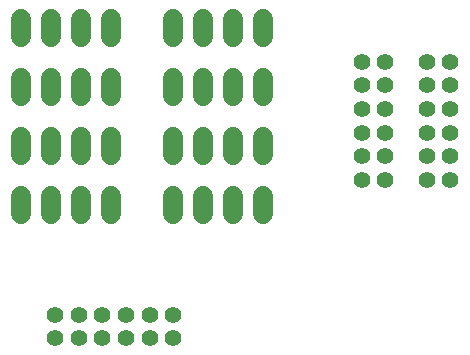
<source format=gbr>
G04 EAGLE Gerber RS-274X export*
G75*
%MOMM*%
%FSLAX34Y34*%
%LPD*%
%INSoldermask Top*%
%IPPOS*%
%AMOC8*
5,1,8,0,0,1.08239X$1,22.5*%
G01*
%ADD10C,1.411988*%
%ADD11C,1.727200*%


D10*
X359500Y250000D03*
X379500Y250000D03*
X359500Y230000D03*
X379500Y230000D03*
X359500Y210000D03*
X379500Y210000D03*
X359500Y190000D03*
X379500Y190000D03*
X359500Y170000D03*
X379500Y170000D03*
X359500Y150000D03*
X379500Y150000D03*
X200000Y36000D03*
X200000Y16000D03*
X180000Y36000D03*
X180000Y16000D03*
X160000Y36000D03*
X160000Y16000D03*
X140000Y36000D03*
X140000Y16000D03*
X120000Y36000D03*
X120000Y16000D03*
X100000Y36000D03*
X100000Y16000D03*
X414500Y250000D03*
X434500Y250000D03*
X414500Y230000D03*
X434500Y230000D03*
X414500Y210000D03*
X434500Y210000D03*
X414500Y190000D03*
X434500Y190000D03*
X414500Y170000D03*
X434500Y170000D03*
X414500Y150000D03*
X434500Y150000D03*
D11*
X199400Y271380D02*
X199400Y286620D01*
X224800Y286620D02*
X224800Y271380D01*
X250200Y271380D02*
X250200Y286620D01*
X275600Y286620D02*
X275600Y271380D01*
X199400Y236620D02*
X199400Y221380D01*
X224800Y221380D02*
X224800Y236620D01*
X250200Y236620D02*
X250200Y221380D01*
X275600Y221380D02*
X275600Y236620D01*
X199400Y186620D02*
X199400Y171380D01*
X224800Y171380D02*
X224800Y186620D01*
X250200Y186620D02*
X250200Y171380D01*
X275600Y171380D02*
X275600Y186620D01*
X199400Y136620D02*
X199400Y121380D01*
X224800Y121380D02*
X224800Y136620D01*
X250200Y136620D02*
X250200Y121380D01*
X275600Y121380D02*
X275600Y136620D01*
X71400Y271380D02*
X71400Y286620D01*
X96800Y286620D02*
X96800Y271380D01*
X122200Y271380D02*
X122200Y286620D01*
X147600Y286620D02*
X147600Y271380D01*
X71400Y236120D02*
X71400Y220880D01*
X96800Y220880D02*
X96800Y236120D01*
X122200Y236120D02*
X122200Y220880D01*
X147600Y220880D02*
X147600Y236120D01*
X71400Y186120D02*
X71400Y170880D01*
X96800Y170880D02*
X96800Y186120D01*
X122200Y186120D02*
X122200Y170880D01*
X147600Y170880D02*
X147600Y186120D01*
X71400Y136120D02*
X71400Y120880D01*
X96800Y120880D02*
X96800Y136120D01*
X122200Y136120D02*
X122200Y120880D01*
X147600Y120880D02*
X147600Y136120D01*
M02*

</source>
